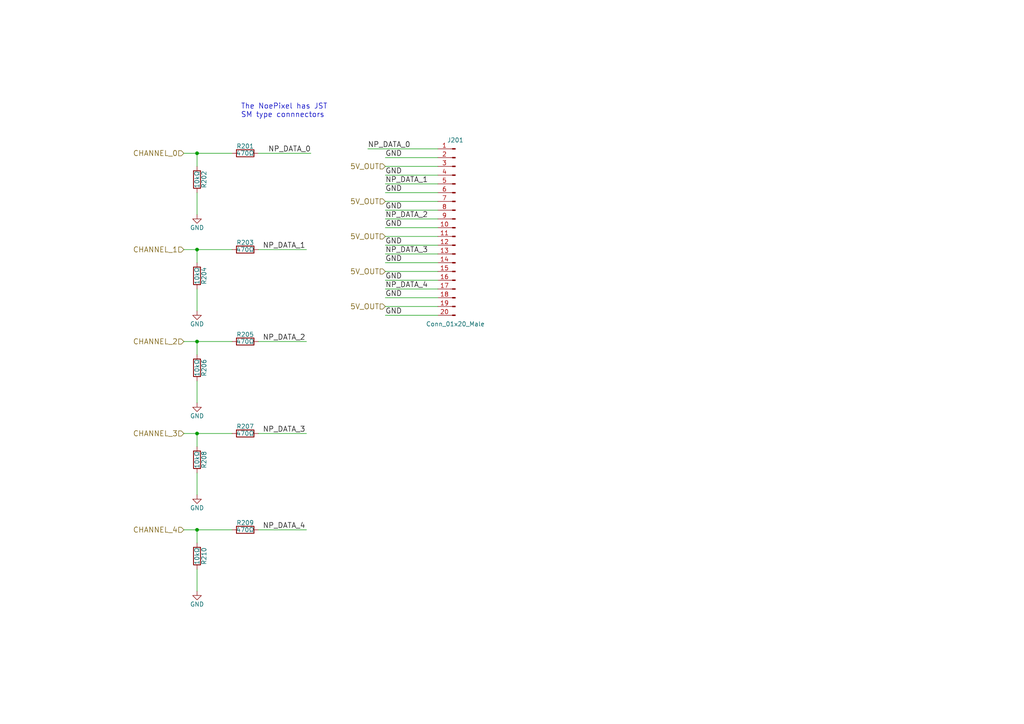
<source format=kicad_sch>
(kicad_sch
	(version 20231120)
	(generator "eeschema")
	(generator_version "8.0")
	(uuid "e8901fec-cbf8-4064-bbc2-9436f6a58c53")
	(paper "A4")
	(lib_symbols
		(symbol "FiveChannel-rescue:Conn_01x20_Male"
			(pin_names
				(offset 1.016) hide)
			(exclude_from_sim no)
			(in_bom yes)
			(on_board yes)
			(property "Reference" "J"
				(at 0 25.4 0)
				(effects
					(font
						(size 1.27 1.27)
					)
				)
			)
			(property "Value" "Conn_01x20_Male"
				(at 0 -27.94 0)
				(effects
					(font
						(size 1.27 1.27)
					)
				)
			)
			(property "Footprint" ""
				(at 0 0 0)
				(effects
					(font
						(size 1.27 1.27)
					)
					(hide yes)
				)
			)
			(property "Datasheet" ""
				(at 0 0 0)
				(effects
					(font
						(size 1.27 1.27)
					)
					(hide yes)
				)
			)
			(property "Description" ""
				(at 0 0 0)
				(effects
					(font
						(size 1.27 1.27)
					)
					(hide yes)
				)
			)
			(property "Field5" ""
				(at 0 0 0)
				(effects
					(font
						(size 1.27 1.27)
					)
					(hide yes)
				)
			)
			(property "ki_fp_filters" "Connector*:*_??x*mm* Connector*:*1x??x*mm* Pin?Header?Straight?1X* Pin?Header?Angled?1X*"
				(at 0 0 0)
				(effects
					(font
						(size 1.27 1.27)
					)
					(hide yes)
				)
			)
			(symbol "Conn_01x20_Male_1_1"
				(polyline
					(pts
						(xy 1.27 -25.4) (xy 0.8636 -25.4)
					)
					(stroke
						(width 0.1524)
						(type solid)
					)
					(fill
						(type none)
					)
				)
				(polyline
					(pts
						(xy 1.27 -22.86) (xy 0.8636 -22.86)
					)
					(stroke
						(width 0.1524)
						(type solid)
					)
					(fill
						(type none)
					)
				)
				(polyline
					(pts
						(xy 1.27 -20.32) (xy 0.8636 -20.32)
					)
					(stroke
						(width 0.1524)
						(type solid)
					)
					(fill
						(type none)
					)
				)
				(polyline
					(pts
						(xy 1.27 -17.78) (xy 0.8636 -17.78)
					)
					(stroke
						(width 0.1524)
						(type solid)
					)
					(fill
						(type none)
					)
				)
				(polyline
					(pts
						(xy 1.27 -15.24) (xy 0.8636 -15.24)
					)
					(stroke
						(width 0.1524)
						(type solid)
					)
					(fill
						(type none)
					)
				)
				(polyline
					(pts
						(xy 1.27 -12.7) (xy 0.8636 -12.7)
					)
					(stroke
						(width 0.1524)
						(type solid)
					)
					(fill
						(type none)
					)
				)
				(polyline
					(pts
						(xy 1.27 -10.16) (xy 0.8636 -10.16)
					)
					(stroke
						(width 0.1524)
						(type solid)
					)
					(fill
						(type none)
					)
				)
				(polyline
					(pts
						(xy 1.27 -7.62) (xy 0.8636 -7.62)
					)
					(stroke
						(width 0.1524)
						(type solid)
					)
					(fill
						(type none)
					)
				)
				(polyline
					(pts
						(xy 1.27 -5.08) (xy 0.8636 -5.08)
					)
					(stroke
						(width 0.1524)
						(type solid)
					)
					(fill
						(type none)
					)
				)
				(polyline
					(pts
						(xy 1.27 -2.54) (xy 0.8636 -2.54)
					)
					(stroke
						(width 0.1524)
						(type solid)
					)
					(fill
						(type none)
					)
				)
				(polyline
					(pts
						(xy 1.27 0) (xy 0.8636 0)
					)
					(stroke
						(width 0.1524)
						(type solid)
					)
					(fill
						(type none)
					)
				)
				(polyline
					(pts
						(xy 1.27 2.54) (xy 0.8636 2.54)
					)
					(stroke
						(width 0.1524)
						(type solid)
					)
					(fill
						(type none)
					)
				)
				(polyline
					(pts
						(xy 1.27 5.08) (xy 0.8636 5.08)
					)
					(stroke
						(width 0.1524)
						(type solid)
					)
					(fill
						(type none)
					)
				)
				(polyline
					(pts
						(xy 1.27 7.62) (xy 0.8636 7.62)
					)
					(stroke
						(width 0.1524)
						(type solid)
					)
					(fill
						(type none)
					)
				)
				(polyline
					(pts
						(xy 1.27 10.16) (xy 0.8636 10.16)
					)
					(stroke
						(width 0.1524)
						(type solid)
					)
					(fill
						(type none)
					)
				)
				(polyline
					(pts
						(xy 1.27 12.7) (xy 0.8636 12.7)
					)
					(stroke
						(width 0.1524)
						(type solid)
					)
					(fill
						(type none)
					)
				)
				(polyline
					(pts
						(xy 1.27 15.24) (xy 0.8636 15.24)
					)
					(stroke
						(width 0.1524)
						(type solid)
					)
					(fill
						(type none)
					)
				)
				(polyline
					(pts
						(xy 1.27 17.78) (xy 0.8636 17.78)
					)
					(stroke
						(width 0.1524)
						(type solid)
					)
					(fill
						(type none)
					)
				)
				(polyline
					(pts
						(xy 1.27 20.32) (xy 0.8636 20.32)
					)
					(stroke
						(width 0.1524)
						(type solid)
					)
					(fill
						(type none)
					)
				)
				(polyline
					(pts
						(xy 1.27 22.86) (xy 0.8636 22.86)
					)
					(stroke
						(width 0.1524)
						(type solid)
					)
					(fill
						(type none)
					)
				)
				(rectangle
					(start 0.8636 -25.273)
					(end 0 -25.527)
					(stroke
						(width 0.1524)
						(type solid)
					)
					(fill
						(type outline)
					)
				)
				(rectangle
					(start 0.8636 -22.733)
					(end 0 -22.987)
					(stroke
						(width 0.1524)
						(type solid)
					)
					(fill
						(type outline)
					)
				)
				(rectangle
					(start 0.8636 -20.193)
					(end 0 -20.447)
					(stroke
						(width 0.1524)
						(type solid)
					)
					(fill
						(type outline)
					)
				)
				(rectangle
					(start 0.8636 -17.653)
					(end 0 -17.907)
					(stroke
						(width 0.1524)
						(type solid)
					)
					(fill
						(type outline)
					)
				)
				(rectangle
					(start 0.8636 -15.113)
					(end 0 -15.367)
					(stroke
						(width 0.1524)
						(type solid)
					)
					(fill
						(type outline)
					)
				)
				(rectangle
					(start 0.8636 -12.573)
					(end 0 -12.827)
					(stroke
						(width 0.1524)
						(type solid)
					)
					(fill
						(type outline)
					)
				)
				(rectangle
					(start 0.8636 -10.033)
					(end 0 -10.287)
					(stroke
						(width 0.1524)
						(type solid)
					)
					(fill
						(type outline)
					)
				)
				(rectangle
					(start 0.8636 -7.493)
					(end 0 -7.747)
					(stroke
						(width 0.1524)
						(type solid)
					)
					(fill
						(type outline)
					)
				)
				(rectangle
					(start 0.8636 -4.953)
					(end 0 -5.207)
					(stroke
						(width 0.1524)
						(type solid)
					)
					(fill
						(type outline)
					)
				)
				(rectangle
					(start 0.8636 -2.413)
					(end 0 -2.667)
					(stroke
						(width 0.1524)
						(type solid)
					)
					(fill
						(type outline)
					)
				)
				(rectangle
					(start 0.8636 0.127)
					(end 0 -0.127)
					(stroke
						(width 0.1524)
						(type solid)
					)
					(fill
						(type outline)
					)
				)
				(rectangle
					(start 0.8636 2.667)
					(end 0 2.413)
					(stroke
						(width 0.1524)
						(type solid)
					)
					(fill
						(type outline)
					)
				)
				(rectangle
					(start 0.8636 5.207)
					(end 0 4.953)
					(stroke
						(width 0.1524)
						(type solid)
					)
					(fill
						(type outline)
					)
				)
				(rectangle
					(start 0.8636 7.747)
					(end 0 7.493)
					(stroke
						(width 0.1524)
						(type solid)
					)
					(fill
						(type outline)
					)
				)
				(rectangle
					(start 0.8636 10.287)
					(end 0 10.033)
					(stroke
						(width 0.1524)
						(type solid)
					)
					(fill
						(type outline)
					)
				)
				(rectangle
					(start 0.8636 12.827)
					(end 0 12.573)
					(stroke
						(width 0.1524)
						(type solid)
					)
					(fill
						(type outline)
					)
				)
				(rectangle
					(start 0.8636 15.367)
					(end 0 15.113)
					(stroke
						(width 0.1524)
						(type solid)
					)
					(fill
						(type outline)
					)
				)
				(rectangle
					(start 0.8636 17.907)
					(end 0 17.653)
					(stroke
						(width 0.1524)
						(type solid)
					)
					(fill
						(type outline)
					)
				)
				(rectangle
					(start 0.8636 20.447)
					(end 0 20.193)
					(stroke
						(width 0.1524)
						(type solid)
					)
					(fill
						(type outline)
					)
				)
				(rectangle
					(start 0.8636 22.987)
					(end 0 22.733)
					(stroke
						(width 0.1524)
						(type solid)
					)
					(fill
						(type outline)
					)
				)
				(pin passive line
					(at 5.08 22.86 180)
					(length 3.81)
					(name "Pin_1"
						(effects
							(font
								(size 1.27 1.27)
							)
						)
					)
					(number "1"
						(effects
							(font
								(size 1.27 1.27)
							)
						)
					)
				)
				(pin passive line
					(at 5.08 0 180)
					(length 3.81)
					(name "Pin_10"
						(effects
							(font
								(size 1.27 1.27)
							)
						)
					)
					(number "10"
						(effects
							(font
								(size 1.27 1.27)
							)
						)
					)
				)
				(pin passive line
					(at 5.08 -2.54 180)
					(length 3.81)
					(name "Pin_11"
						(effects
							(font
								(size 1.27 1.27)
							)
						)
					)
					(number "11"
						(effects
							(font
								(size 1.27 1.27)
							)
						)
					)
				)
				(pin passive line
					(at 5.08 -5.08 180)
					(length 3.81)
					(name "Pin_12"
						(effects
							(font
								(size 1.27 1.27)
							)
						)
					)
					(number "12"
						(effects
							(font
								(size 1.27 1.27)
							)
						)
					)
				)
				(pin passive line
					(at 5.08 -7.62 180)
					(length 3.81)
					(name "Pin_13"
						(effects
							(font
								(size 1.27 1.27)
							)
						)
					)
					(number "13"
						(effects
							(font
								(size 1.27 1.27)
							)
						)
					)
				)
				(pin passive line
					(at 5.08 -10.16 180)
					(length 3.81)
					(name "Pin_14"
						(effects
							(font
								(size 1.27 1.27)
							)
						)
					)
					(number "14"
						(effects
							(font
								(size 1.27 1.27)
							)
						)
					)
				)
				(pin passive line
					(at 5.08 -12.7 180)
					(length 3.81)
					(name "Pin_15"
						(effects
							(font
								(size 1.27 1.27)
							)
						)
					)
					(number "15"
						(effects
							(font
								(size 1.27 1.27)
							)
						)
					)
				)
				(pin passive line
					(at 5.08 -15.24 180)
					(length 3.81)
					(name "Pin_16"
						(effects
							(font
								(size 1.27 1.27)
							)
						)
					)
					(number "16"
						(effects
							(font
								(size 1.27 1.27)
							)
						)
					)
				)
				(pin passive line
					(at 5.08 -17.78 180)
					(length 3.81)
					(name "Pin_17"
						(effects
							(font
								(size 1.27 1.27)
							)
						)
					)
					(number "17"
						(effects
							(font
								(size 1.27 1.27)
							)
						)
					)
				)
				(pin passive line
					(at 5.08 -20.32 180)
					(length 3.81)
					(name "Pin_18"
						(effects
							(font
								(size 1.27 1.27)
							)
						)
					)
					(number "18"
						(effects
							(font
								(size 1.27 1.27)
							)
						)
					)
				)
				(pin passive line
					(at 5.08 -22.86 180)
					(length 3.81)
					(name "Pin_19"
						(effects
							(font
								(size 1.27 1.27)
							)
						)
					)
					(number "19"
						(effects
							(font
								(size 1.27 1.27)
							)
						)
					)
				)
				(pin passive line
					(at 5.08 20.32 180)
					(length 3.81)
					(name "Pin_2"
						(effects
							(font
								(size 1.27 1.27)
							)
						)
					)
					(number "2"
						(effects
							(font
								(size 1.27 1.27)
							)
						)
					)
				)
				(pin passive line
					(at 5.08 -25.4 180)
					(length 3.81)
					(name "Pin_20"
						(effects
							(font
								(size 1.27 1.27)
							)
						)
					)
					(number "20"
						(effects
							(font
								(size 1.27 1.27)
							)
						)
					)
				)
				(pin passive line
					(at 5.08 17.78 180)
					(length 3.81)
					(name "Pin_3"
						(effects
							(font
								(size 1.27 1.27)
							)
						)
					)
					(number "3"
						(effects
							(font
								(size 1.27 1.27)
							)
						)
					)
				)
				(pin passive line
					(at 5.08 15.24 180)
					(length 3.81)
					(name "Pin_4"
						(effects
							(font
								(size 1.27 1.27)
							)
						)
					)
					(number "4"
						(effects
							(font
								(size 1.27 1.27)
							)
						)
					)
				)
				(pin passive line
					(at 5.08 12.7 180)
					(length 3.81)
					(name "Pin_5"
						(effects
							(font
								(size 1.27 1.27)
							)
						)
					)
					(number "5"
						(effects
							(font
								(size 1.27 1.27)
							)
						)
					)
				)
				(pin passive line
					(at 5.08 10.16 180)
					(length 3.81)
					(name "Pin_6"
						(effects
							(font
								(size 1.27 1.27)
							)
						)
					)
					(number "6"
						(effects
							(font
								(size 1.27 1.27)
							)
						)
					)
				)
				(pin passive line
					(at 5.08 7.62 180)
					(length 3.81)
					(name "Pin_7"
						(effects
							(font
								(size 1.27 1.27)
							)
						)
					)
					(number "7"
						(effects
							(font
								(size 1.27 1.27)
							)
						)
					)
				)
				(pin passive line
					(at 5.08 5.08 180)
					(length 3.81)
					(name "Pin_8"
						(effects
							(font
								(size 1.27 1.27)
							)
						)
					)
					(number "8"
						(effects
							(font
								(size 1.27 1.27)
							)
						)
					)
				)
				(pin passive line
					(at 5.08 2.54 180)
					(length 3.81)
					(name "Pin_9"
						(effects
							(font
								(size 1.27 1.27)
							)
						)
					)
					(number "9"
						(effects
							(font
								(size 1.27 1.27)
							)
						)
					)
				)
			)
		)
		(symbol "FiveChannel-rescue:GND"
			(power)
			(pin_names
				(offset 0)
			)
			(exclude_from_sim no)
			(in_bom yes)
			(on_board yes)
			(property "Reference" "#PWR"
				(at 0 -6.35 0)
				(effects
					(font
						(size 1.27 1.27)
					)
					(hide yes)
				)
			)
			(property "Value" "GND"
				(at 0 -3.81 0)
				(effects
					(font
						(size 1.27 1.27)
					)
				)
			)
			(property "Footprint" ""
				(at 0 0 0)
				(effects
					(font
						(size 1.27 1.27)
					)
					(hide yes)
				)
			)
			(property "Datasheet" ""
				(at 0 0 0)
				(effects
					(font
						(size 1.27 1.27)
					)
					(hide yes)
				)
			)
			(property "Description" ""
				(at 0 0 0)
				(effects
					(font
						(size 1.27 1.27)
					)
					(hide yes)
				)
			)
			(property "Field5" ""
				(at 0 0 0)
				(effects
					(font
						(size 1.27 1.27)
					)
					(hide yes)
				)
			)
			(symbol "GND_0_1"
				(polyline
					(pts
						(xy 0 0) (xy 0 -1.27) (xy 1.27 -1.27) (xy 0 -2.54) (xy -1.27 -1.27) (xy 0 -1.27)
					)
					(stroke
						(width 0)
						(type solid)
					)
					(fill
						(type none)
					)
				)
			)
			(symbol "GND_1_1"
				(pin power_in line
					(at 0 0 270)
					(length 0) hide
					(name "GND"
						(effects
							(font
								(size 1.27 1.27)
							)
						)
					)
					(number "1"
						(effects
							(font
								(size 1.27 1.27)
							)
						)
					)
				)
			)
		)
		(symbol "FiveChannel-rescue:R"
			(pin_numbers hide)
			(pin_names
				(offset 0)
			)
			(exclude_from_sim no)
			(in_bom yes)
			(on_board yes)
			(property "Reference" "R"
				(at 2.032 0 90)
				(effects
					(font
						(size 1.27 1.27)
					)
				)
			)
			(property "Value" "R"
				(at 0 0 90)
				(effects
					(font
						(size 1.27 1.27)
					)
				)
			)
			(property "Footprint" ""
				(at -1.778 0 90)
				(effects
					(font
						(size 1.27 1.27)
					)
					(hide yes)
				)
			)
			(property "Datasheet" ""
				(at 0 0 0)
				(effects
					(font
						(size 1.27 1.27)
					)
					(hide yes)
				)
			)
			(property "Description" ""
				(at 0 0 0)
				(effects
					(font
						(size 1.27 1.27)
					)
					(hide yes)
				)
			)
			(property "Field5" ""
				(at 0 0 0)
				(effects
					(font
						(size 1.27 1.27)
					)
					(hide yes)
				)
			)
			(property "ki_fp_filters" "R_* R_*"
				(at 0 0 0)
				(effects
					(font
						(size 1.27 1.27)
					)
					(hide yes)
				)
			)
			(symbol "R_0_1"
				(rectangle
					(start -1.016 -2.54)
					(end 1.016 2.54)
					(stroke
						(width 0.254)
						(type solid)
					)
					(fill
						(type none)
					)
				)
			)
			(symbol "R_1_1"
				(pin passive line
					(at 0 3.81 270)
					(length 1.27)
					(name "~"
						(effects
							(font
								(size 1.27 1.27)
							)
						)
					)
					(number "1"
						(effects
							(font
								(size 1.27 1.27)
							)
						)
					)
				)
				(pin passive line
					(at 0 -3.81 90)
					(length 1.27)
					(name "~"
						(effects
							(font
								(size 1.27 1.27)
							)
						)
					)
					(number "2"
						(effects
							(font
								(size 1.27 1.27)
							)
						)
					)
				)
			)
		)
	)
	(junction
		(at 57.15 153.67)
		(diameter 0)
		(color 0 0 0 0)
		(uuid "06aa97f2-598b-45b5-b038-22efcc5503d6")
	)
	(junction
		(at 57.15 72.39)
		(diameter 0)
		(color 0 0 0 0)
		(uuid "200aacf3-4a57-4940-8077-66daa27b94a5")
	)
	(junction
		(at 57.15 99.06)
		(diameter 0)
		(color 0 0 0 0)
		(uuid "3d95c607-5af6-4a7c-96ce-168ece64c4fc")
	)
	(junction
		(at 57.15 44.45)
		(diameter 0)
		(color 0 0 0 0)
		(uuid "3e78fc33-2e98-44d3-9f3c-94160291156f")
	)
	(junction
		(at 57.15 125.73)
		(diameter 0)
		(color 0 0 0 0)
		(uuid "77d4f97e-4a5e-415e-b09d-8e44713edc6f")
	)
	(wire
		(pts
			(xy 53.34 44.45) (xy 57.15 44.45)
		)
		(stroke
			(width 0)
			(type default)
		)
		(uuid "01808c33-68c2-48af-9929-e981f96f4ba6")
	)
	(wire
		(pts
			(xy 127 50.8) (xy 111.76 50.8)
		)
		(stroke
			(width 0)
			(type default)
		)
		(uuid "0186a400-459c-415c-a163-9e9ec64e017c")
	)
	(wire
		(pts
			(xy 53.34 99.06) (xy 57.15 99.06)
		)
		(stroke
			(width 0)
			(type default)
		)
		(uuid "03cb4f31-57f5-4ca7-bb14-e49404af39c1")
	)
	(wire
		(pts
			(xy 127 78.74) (xy 111.76 78.74)
		)
		(stroke
			(width 0)
			(type default)
		)
		(uuid "08a82dc1-318b-427c-8ab0-cca583cf5b8a")
	)
	(wire
		(pts
			(xy 57.15 99.06) (xy 57.15 102.87)
		)
		(stroke
			(width 0)
			(type default)
		)
		(uuid "090a8ecb-6384-4926-9e97-bbf434636709")
	)
	(wire
		(pts
			(xy 127 60.96) (xy 111.76 60.96)
		)
		(stroke
			(width 0)
			(type default)
		)
		(uuid "107197b9-fe68-433c-8263-e773eeb3d437")
	)
	(wire
		(pts
			(xy 127 53.34) (xy 111.76 53.34)
		)
		(stroke
			(width 0)
			(type default)
		)
		(uuid "13edf450-d01c-41eb-8b3c-28a2cce0a468")
	)
	(wire
		(pts
			(xy 57.15 72.39) (xy 67.31 72.39)
		)
		(stroke
			(width 0)
			(type default)
		)
		(uuid "1ddc385e-df8e-414b-a76f-7170774b84b6")
	)
	(wire
		(pts
			(xy 127 66.04) (xy 111.76 66.04)
		)
		(stroke
			(width 0)
			(type default)
		)
		(uuid "22bde929-923b-4f8f-bbe7-a6a70ee233c5")
	)
	(wire
		(pts
			(xy 127 86.36) (xy 111.76 86.36)
		)
		(stroke
			(width 0)
			(type default)
		)
		(uuid "2939fdb3-937e-40be-9ad0-7094bfb899fa")
	)
	(wire
		(pts
			(xy 74.93 153.67) (xy 88.9 153.67)
		)
		(stroke
			(width 0)
			(type default)
		)
		(uuid "29c0e7c7-533e-4d33-bade-5a70d275207b")
	)
	(wire
		(pts
			(xy 127 55.88) (xy 111.76 55.88)
		)
		(stroke
			(width 0)
			(type default)
		)
		(uuid "2b884e99-10ff-408a-835e-7c0ab032c2ae")
	)
	(wire
		(pts
			(xy 57.15 153.67) (xy 67.31 153.67)
		)
		(stroke
			(width 0)
			(type default)
		)
		(uuid "3258021e-3738-43bf-b95e-13580decb6cb")
	)
	(wire
		(pts
			(xy 127 91.44) (xy 111.76 91.44)
		)
		(stroke
			(width 0)
			(type default)
		)
		(uuid "33b708fc-4315-45e9-9cf5-3bc7b6e1974a")
	)
	(wire
		(pts
			(xy 74.93 72.39) (xy 88.9 72.39)
		)
		(stroke
			(width 0)
			(type default)
		)
		(uuid "3681caa9-2830-4b32-8f92-ba9eddffa37c")
	)
	(wire
		(pts
			(xy 57.15 44.45) (xy 57.15 48.26)
		)
		(stroke
			(width 0)
			(type default)
		)
		(uuid "39db148e-d360-42e9-9550-c52e3b7718a1")
	)
	(wire
		(pts
			(xy 127 83.82) (xy 111.76 83.82)
		)
		(stroke
			(width 0)
			(type default)
		)
		(uuid "3c6cceff-e882-4039-9196-6720e6f0cf29")
	)
	(wire
		(pts
			(xy 57.15 125.73) (xy 67.31 125.73)
		)
		(stroke
			(width 0)
			(type default)
		)
		(uuid "470b21fd-f2fe-4508-89c7-b302369571d3")
	)
	(wire
		(pts
			(xy 53.34 125.73) (xy 57.15 125.73)
		)
		(stroke
			(width 0)
			(type default)
		)
		(uuid "4e383a72-d462-401b-bdce-57c3983d7bab")
	)
	(wire
		(pts
			(xy 57.15 55.88) (xy 57.15 62.23)
		)
		(stroke
			(width 0)
			(type default)
		)
		(uuid "4fb201d1-a710-4097-b580-0906a4af13dd")
	)
	(wire
		(pts
			(xy 127 63.5) (xy 111.76 63.5)
		)
		(stroke
			(width 0)
			(type default)
		)
		(uuid "5c884c35-3750-4881-8c42-e09cef74a2ec")
	)
	(wire
		(pts
			(xy 57.15 99.06) (xy 67.31 99.06)
		)
		(stroke
			(width 0)
			(type default)
		)
		(uuid "65e494c2-5d6a-4f71-b980-28520fab27de")
	)
	(wire
		(pts
			(xy 57.15 44.45) (xy 67.31 44.45)
		)
		(stroke
			(width 0)
			(type default)
		)
		(uuid "6c56beb1-cbab-4e43-80fd-4cdee2b24172")
	)
	(wire
		(pts
			(xy 127 81.28) (xy 111.76 81.28)
		)
		(stroke
			(width 0)
			(type default)
		)
		(uuid "72802e6a-efd6-4895-a67e-81fb413c2366")
	)
	(wire
		(pts
			(xy 57.15 165.1) (xy 57.15 171.45)
		)
		(stroke
			(width 0)
			(type default)
		)
		(uuid "7a13f0d9-10b0-4d18-832b-e1be4be3e48e")
	)
	(wire
		(pts
			(xy 127 76.2) (xy 111.76 76.2)
		)
		(stroke
			(width 0)
			(type default)
		)
		(uuid "8d55cafa-87b9-4d87-8f8e-9b8624fb2f44")
	)
	(wire
		(pts
			(xy 57.15 125.73) (xy 57.15 129.54)
		)
		(stroke
			(width 0)
			(type default)
		)
		(uuid "8d985386-7cce-42eb-9814-212c679b52c3")
	)
	(wire
		(pts
			(xy 74.93 125.73) (xy 88.9 125.73)
		)
		(stroke
			(width 0)
			(type default)
		)
		(uuid "8deed7f7-60f0-4088-bd8d-bc3f8944fdf1")
	)
	(wire
		(pts
			(xy 127 71.12) (xy 111.76 71.12)
		)
		(stroke
			(width 0)
			(type default)
		)
		(uuid "a33e3edc-68f2-4944-860e-9e997db077d2")
	)
	(wire
		(pts
			(xy 74.93 44.45) (xy 90.17 44.45)
		)
		(stroke
			(width 0)
			(type default)
		)
		(uuid "a5d7311a-bc0e-4073-a8dc-ccf86ddf35b2")
	)
	(wire
		(pts
			(xy 111.76 48.26) (xy 127 48.26)
		)
		(stroke
			(width 0)
			(type default)
		)
		(uuid "ab8c14ad-bffa-4a5a-b1c7-5e9e04b3284d")
	)
	(wire
		(pts
			(xy 127 73.66) (xy 111.76 73.66)
		)
		(stroke
			(width 0)
			(type default)
		)
		(uuid "b110a1b8-1e23-469c-8714-25a5fc366223")
	)
	(wire
		(pts
			(xy 57.15 83.82) (xy 57.15 90.17)
		)
		(stroke
			(width 0)
			(type default)
		)
		(uuid "b22a752f-c31b-47cf-8385-674098c5263f")
	)
	(wire
		(pts
			(xy 127 45.72) (xy 111.76 45.72)
		)
		(stroke
			(width 0)
			(type default)
		)
		(uuid "bea74967-75a4-4cf1-a1c5-e09e20c8b093")
	)
	(wire
		(pts
			(xy 53.34 72.39) (xy 57.15 72.39)
		)
		(stroke
			(width 0)
			(type default)
		)
		(uuid "c044fe9a-61b0-4d4f-8627-c049cd1d5f5b")
	)
	(wire
		(pts
			(xy 127 88.9) (xy 111.76 88.9)
		)
		(stroke
			(width 0)
			(type default)
		)
		(uuid "c3bf0c9e-e412-4edb-97c2-673648788cc6")
	)
	(wire
		(pts
			(xy 74.93 99.06) (xy 88.9 99.06)
		)
		(stroke
			(width 0)
			(type default)
		)
		(uuid "c8fe1ade-8173-44aa-8f3e-a127b051d7d7")
	)
	(wire
		(pts
			(xy 57.15 137.16) (xy 57.15 143.51)
		)
		(stroke
			(width 0)
			(type default)
		)
		(uuid "cffed9ba-dbaa-4318-bdeb-0159e3dc84fe")
	)
	(wire
		(pts
			(xy 127 58.42) (xy 111.76 58.42)
		)
		(stroke
			(width 0)
			(type default)
		)
		(uuid "d2aceff7-4962-49e6-b3b8-be76d05a6f48")
	)
	(wire
		(pts
			(xy 53.34 153.67) (xy 57.15 153.67)
		)
		(stroke
			(width 0)
			(type default)
		)
		(uuid "e1c29f0f-d423-4fcc-a98d-45ef24ba54cb")
	)
	(wire
		(pts
			(xy 127 68.58) (xy 111.76 68.58)
		)
		(stroke
			(width 0)
			(type default)
		)
		(uuid "ec965f99-2d6a-4fdb-9f69-357fe319e172")
	)
	(wire
		(pts
			(xy 57.15 72.39) (xy 57.15 76.2)
		)
		(stroke
			(width 0)
			(type default)
		)
		(uuid "eebfd782-6c33-4e75-91e0-d54239d4a2dc")
	)
	(wire
		(pts
			(xy 106.68 43.18) (xy 127 43.18)
		)
		(stroke
			(width 0)
			(type default)
		)
		(uuid "f0d9c95c-806e-4bf5-b1b2-e597ecf0cef6")
	)
	(wire
		(pts
			(xy 57.15 153.67) (xy 57.15 157.48)
		)
		(stroke
			(width 0)
			(type default)
		)
		(uuid "f92b1a89-861e-4a5d-9f07-69ee74f9a10c")
	)
	(wire
		(pts
			(xy 57.15 110.49) (xy 57.15 116.84)
		)
		(stroke
			(width 0)
			(type default)
		)
		(uuid "fb8bdcdc-bfd1-4bcf-a765-86b74571e7a3")
	)
	(text "The NoePixel has JST \nSM type connnectors"
		(exclude_from_sim no)
		(at 69.85 34.29 0)
		(effects
			(font
				(size 1.524 1.524)
			)
			(justify left bottom)
		)
		(uuid "4cb46094-fd31-40d3-a6c9-bf3013fb9f1e")
	)
	(label "NP_DATA_2"
		(at 111.76 63.5 0)
		(effects
			(font
				(size 1.524 1.524)
			)
			(justify left bottom)
		)
		(uuid "086cfb5d-174a-4de2-9224-bbe0b4303aae")
	)
	(label "GND"
		(at 111.76 66.04 0)
		(effects
			(font
				(size 1.524 1.524)
			)
			(justify left bottom)
		)
		(uuid "252b4d65-1174-4428-86c1-27887212b8d3")
	)
	(label "GND"
		(at 111.76 76.2 0)
		(effects
			(font
				(size 1.524 1.524)
			)
			(justify left bottom)
		)
		(uuid "2f0409e4-476c-4c85-bc11-ac6d11926a8c")
	)
	(label "NP_DATA_3"
		(at 76.2 125.73 0)
		(effects
			(font
				(size 1.524 1.524)
			)
			(justify left bottom)
		)
		(uuid "3a42a46d-b781-4b29-9822-39450621a61b")
	)
	(label "NP_DATA_0"
		(at 90.17 44.45 180)
		(effects
			(font
				(size 1.524 1.524)
			)
			(justify right bottom)
		)
		(uuid "5dcb8060-7020-4cc1-af48-8327c94b4dbe")
	)
	(label "NP_DATA_2"
		(at 76.2 99.06 0)
		(effects
			(font
				(size 1.524 1.524)
			)
			(justify left bottom)
		)
		(uuid "60b4b35c-5df0-4069-bd2f-60405bd4249e")
	)
	(label "GND"
		(at 111.76 50.8 0)
		(effects
			(font
				(size 1.524 1.524)
			)
			(justify left bottom)
		)
		(uuid "6351aa51-bd38-47f1-992a-a2f6900a32b0")
	)
	(label "GND"
		(at 111.76 60.96 0)
		(effects
			(font
				(size 1.524 1.524)
			)
			(justify left bottom)
		)
		(uuid "6ae567a1-0f6e-4de8-a5a1-a2d2b9525c5d")
	)
	(label "GND"
		(at 111.76 81.28 0)
		(effects
			(font
				(size 1.524 1.524)
			)
			(justify left bottom)
		)
		(uuid "6dc9ba31-3d38-4ca3-9bc5-4e7d44e900b5")
	)
	(label "GND"
		(at 111.76 86.36 0)
		(effects
			(font
				(size 1.524 1.524)
			)
			(justify left bottom)
		)
		(uuid "6ef5a214-4db7-433e-8028-77748d73d8e2")
	)
	(label "GND"
		(at 111.76 71.12 0)
		(effects
			(font
				(size 1.524 1.524)
			)
			(justify left bottom)
		)
		(uuid "96b398d3-9d68-46c1-826b-280ce5af943b")
	)
	(label "NP_DATA_0"
		(at 106.68 43.18 0)
		(effects
			(font
				(size 1.524 1.524)
			)
			(justify left bottom)
		)
		(uuid "a8460103-8df3-45a5-ac1c-10c161adae47")
	)
	(label "NP_DATA_4"
		(at 76.2 153.67 0)
		(effects
			(font
				(size 1.524 1.524)
			)
			(justify left bottom)
		)
		(uuid "abae4964-2801-4c04-81a4-8c9650fb7b5d")
	)
	(label "NP_DATA_1"
		(at 111.76 53.34 0)
		(effects
			(font
				(size 1.524 1.524)
			)
			(justify left bottom)
		)
		(uuid "b9b148b0-b3c6-4e73-ad0a-a83062db48c8")
	)
	(label "GND"
		(at 111.76 45.72 0)
		(effects
			(font
				(size 1.524 1.524)
			)
			(justify left bottom)
		)
		(uuid "c4d5acf7-b9ed-45e8-9e02-58754013c6e0")
	)
	(label "GND"
		(at 111.76 55.88 0)
		(effects
			(font
				(size 1.524 1.524)
			)
			(justify left bottom)
		)
		(uuid "d4cd7f2f-b406-4cbe-91c4-a90ee5dc1398")
	)
	(label "NP_DATA_1"
		(at 76.2 72.39 0)
		(effects
			(font
				(size 1.524 1.524)
			)
			(justify left bottom)
		)
		(uuid "d523d8df-d8ee-4dcc-87e0-7a3fc2c61b60")
	)
	(label "NP_DATA_3"
		(at 111.76 73.66 0)
		(effects
			(font
				(size 1.524 1.524)
			)
			(justify left bottom)
		)
		(uuid "d653f239-0385-49c3-80e1-41558cac0840")
	)
	(label "GND"
		(at 111.76 91.44 0)
		(effects
			(font
				(size 1.524 1.524)
			)
			(justify left bottom)
		)
		(uuid "d9ca0c29-c94d-4a3b-81f9-31a8bf1c62c6")
	)
	(label "NP_DATA_4"
		(at 111.76 83.82 0)
		(effects
			(font
				(size 1.524 1.524)
			)
			(justify left bottom)
		)
		(uuid "e2b4c54e-8f9a-45de-a41a-818ef4267089")
	)
	(hierarchical_label "CHANNEL_0"
		(shape input)
		(at 53.34 44.45 180)
		(effects
			(font
				(size 1.524 1.524)
			)
			(justify right)
		)
		(uuid "142e36b6-5857-47b5-8e91-f819c6fd54d4")
	)
	(hierarchical_label "CHANNEL_4"
		(shape input)
		(at 53.34 153.67 180)
		(effects
			(font
				(size 1.524 1.524)
			)
			(justify right)
		)
		(uuid "1b60c551-287b-4894-afd3-fadee8dc6f43")
	)
	(hierarchical_label "CHANNEL_3"
		(shape input)
		(at 53.34 125.73 180)
		(effects
			(font
				(size 1.524 1.524)
			)
			(justify right)
		)
		(uuid "1cf5e566-ed80-4610-80f8-b40e09b19fba")
	)
	(hierarchical_label "CHANNEL_1"
		(shape input)
		(at 53.34 72.39 180)
		(effects
			(font
				(size 1.524 1.524)
			)
			(justify right)
		)
		(uuid "2113cca3-748b-43e6-ae6a-a5d31c4fc2e8")
	)
	(hierarchical_label "5V_OUT"
		(shape input)
		(at 111.76 68.58 180)
		(effects
			(font
				(size 1.524 1.524)
			)
			(justify right)
		)
		(uuid "5ec2e318-0261-47fb-a32a-035d9e2ea492")
	)
	(hierarchical_label "5V_OUT"
		(shape input)
		(at 111.76 78.74 180)
		(effects
			(font
				(size 1.524 1.524)
			)
			(justify right)
		)
		(uuid "89ccf63c-de4a-4d3d-9455-87dc4812c047")
	)
	(hierarchical_label "CHANNEL_2"
		(shape input)
		(at 53.34 99.06 180)
		(effects
			(font
				(size 1.524 1.524)
			)
			(justify right)
		)
		(uuid "9c05e9ca-f7cb-47c0-89cf-bcdfd9f6a6eb")
	)
	(hierarchical_label "5V_OUT"
		(shape input)
		(at 111.76 88.9 180)
		(effects
			(font
				(size 1.524 1.524)
			)
			(justify right)
		)
		(uuid "c7d34953-f0e4-4727-adc2-1bd000cd3c2e")
	)
	(hierarchical_label "5V_OUT"
		(shape input)
		(at 111.76 58.42 180)
		(effects
			(font
				(size 1.524 1.524)
			)
			(justify right)
		)
		(uuid "ce04c426-ad9c-4f5d-936d-06cc097d76c8")
	)
	(hierarchical_label "5V_OUT"
		(shape input)
		(at 111.76 48.26 180)
		(effects
			(font
				(size 1.524 1.524)
			)
			(justify right)
		)
		(uuid "e205e39c-c04e-4fc7-b0a0-feee94aec857")
	)
	(symbol
		(lib_name "FiveChannel-rescue:R")
		(lib_id "FiveChannel-rescue:R")
		(at 71.12 44.45 90)
		(unit 1)
		(exclude_from_sim no)
		(in_bom yes)
		(on_board yes)
		(dnp no)
		(uuid "00000000-0000-0000-0000-00005a6109cb")
		(property "Reference" "R201"
			(at 71.12 42.418 90)
			(effects
				(font
					(size 1.27 1.27)
				)
			)
		)
		(property "Value" "470Ω"
			(at 71.12 44.45 90)
			(effects
				(font
					(size 1.27 1.27)
				)
			)
		)
		(property "Footprint" "Resistors_SMD:R_0805_HandSoldering"
			(at 71.12 46.228 90)
			(effects
				(font
					(size 1.27 1.27)
				)
				(hide yes)
			)
		)
		(property "Datasheet" ""
			(at 71.12 44.45 0)
			(effects
				(font
					(size 1.27 1.27)
				)
				(hide yes)
			)
		)
		(property "Description" ""
			(at 71.12 44.45 0)
			(effects
				(font
					(size 1.27 1.27)
				)
				(hide yes)
			)
		)
		(pin "1"
			(uuid "56d03576-ef51-4514-9a88-e7cc6dddeac3")
		)
		(pin "2"
			(uuid "2a236423-39b7-420d-80d7-aae034c45908")
		)
		(instances
			(project "FiveChannel"
				(path "/d2c1c902-f7a0-401a-84c5-4ff1ecde091e/00000000-0000-0000-0000-00005a6111ea"
					(reference "R201")
					(unit 1)
				)
			)
		)
	)
	(symbol
		(lib_name "FiveChannel-rescue:R")
		(lib_id "FiveChannel-rescue:R")
		(at 57.15 52.07 0)
		(unit 1)
		(exclude_from_sim no)
		(in_bom yes)
		(on_board yes)
		(dnp no)
		(uuid "00000000-0000-0000-0000-00005a6109f1")
		(property "Reference" "R202"
			(at 59.182 52.07 90)
			(effects
				(font
					(size 1.27 1.27)
				)
			)
		)
		(property "Value" "10kΩ"
			(at 57.15 52.07 90)
			(effects
				(font
					(size 1.27 1.27)
				)
			)
		)
		(property "Footprint" "Resistors_SMD:R_0805_HandSoldering"
			(at 55.372 52.07 90)
			(effects
				(font
					(size 1.27 1.27)
				)
				(hide yes)
			)
		)
		(property "Datasheet" ""
			(at 57.15 52.07 0)
			(effects
				(font
					(size 1.27 1.27)
				)
				(hide yes)
			)
		)
		(property "Description" ""
			(at 57.15 52.07 0)
			(effects
				(font
					(size 1.27 1.27)
				)
				(hide yes)
			)
		)
		(pin "1"
			(uuid "c63b4982-cdbc-4794-85b8-7de8a85eb4bc")
		)
		(pin "2"
			(uuid "2edc7f30-4890-4dfc-af2b-2c05251a478c")
		)
		(instances
			(project "FiveChannel"
				(path "/d2c1c902-f7a0-401a-84c5-4ff1ecde091e/00000000-0000-0000-0000-00005a6111ea"
					(reference "R202")
					(unit 1)
				)
			)
		)
	)
	(symbol
		(lib_name "FiveChannel-rescue:GND")
		(lib_id "FiveChannel-rescue:GND")
		(at 57.15 62.23 0)
		(unit 1)
		(exclude_from_sim no)
		(in_bom yes)
		(on_board yes)
		(dnp no)
		(uuid "00000000-0000-0000-0000-00005a6109fb")
		(property "Reference" "#PWR0201"
			(at 57.15 68.58 0)
			(effects
				(font
					(size 1.27 1.27)
				)
				(hide yes)
			)
		)
		(property "Value" "GND"
			(at 57.15 66.04 0)
			(effects
				(font
					(size 1.27 1.27)
				)
			)
		)
		(property "Footprint" ""
			(at 57.15 62.23 0)
			(effects
				(font
					(size 1.27 1.27)
				)
				(hide yes)
			)
		)
		(property "Datasheet" ""
			(at 57.15 62.23 0)
			(effects
				(font
					(size 1.27 1.27)
				)
				(hide yes)
			)
		)
		(property "Description" ""
			(at 57.15 62.23 0)
			(effects
				(font
					(size 1.27 1.27)
				)
				(hide yes)
			)
		)
		(pin "1"
			(uuid "e64102c8-9d8a-4c4a-9f85-8c3655195349")
		)
		(instances
			(project "FiveChannel"
				(path "/d2c1c902-f7a0-401a-84c5-4ff1ecde091e/00000000-0000-0000-0000-00005a6111ea"
					(reference "#PWR0201")
					(unit 1)
				)
			)
		)
	)
	(symbol
		(lib_name "FiveChannel-rescue:R")
		(lib_id "FiveChannel-rescue:R")
		(at 71.12 72.39 90)
		(unit 1)
		(exclude_from_sim no)
		(in_bom yes)
		(on_board yes)
		(dnp no)
		(uuid "00000000-0000-0000-0000-00005a610bfb")
		(property "Reference" "R203"
			(at 71.12 70.358 90)
			(effects
				(font
					(size 1.27 1.27)
				)
			)
		)
		(property "Value" "470Ω"
			(at 71.12 72.39 90)
			(effects
				(font
					(size 1.27 1.27)
				)
			)
		)
		(property "Footprint" "Resistors_SMD:R_0805_HandSoldering"
			(at 71.12 74.168 90)
			(effects
				(font
					(size 1.27 1.27)
				)
				(hide yes)
			)
		)
		(property "Datasheet" ""
			(at 71.12 72.39 0)
			(effects
				(font
					(size 1.27 1.27)
				)
				(hide yes)
			)
		)
		(property "Description" ""
			(at 71.12 72.39 0)
			(effects
				(font
					(size 1.27 1.27)
				)
				(hide yes)
			)
		)
		(pin "1"
			(uuid "f360ee7b-98a7-4187-8644-30d723903f76")
		)
		(pin "2"
			(uuid "3d99ac7a-534f-4ca4-85ff-65e2531a2527")
		)
		(instances
			(project "FiveChannel"
				(path "/d2c1c902-f7a0-401a-84c5-4ff1ecde091e/00000000-0000-0000-0000-00005a6111ea"
					(reference "R203")
					(unit 1)
				)
			)
		)
	)
	(symbol
		(lib_name "FiveChannel-rescue:R")
		(lib_id "FiveChannel-rescue:R")
		(at 57.15 80.01 0)
		(unit 1)
		(exclude_from_sim no)
		(in_bom yes)
		(on_board yes)
		(dnp no)
		(uuid "00000000-0000-0000-0000-00005a610c1c")
		(property "Reference" "R204"
			(at 59.182 80.01 90)
			(effects
				(font
					(size 1.27 1.27)
				)
			)
		)
		(property "Value" "10kΩ"
			(at 57.15 80.01 90)
			(effects
				(font
					(size 1.27 1.27)
				)
			)
		)
		(property "Footprint" "Resistors_SMD:R_0805_HandSoldering"
			(at 55.372 80.01 90)
			(effects
				(font
					(size 1.27 1.27)
				)
				(hide yes)
			)
		)
		(property "Datasheet" ""
			(at 57.15 80.01 0)
			(effects
				(font
					(size 1.27 1.27)
				)
				(hide yes)
			)
		)
		(property "Description" ""
			(at 57.15 80.01 0)
			(effects
				(font
					(size 1.27 1.27)
				)
				(hide yes)
			)
		)
		(pin "1"
			(uuid "05b10ac9-9d7f-4ff2-badc-1351051d5f76")
		)
		(pin "2"
			(uuid "f9fab3d6-967d-4602-ae2e-0c064020c7a3")
		)
		(instances
			(project "FiveChannel"
				(path "/d2c1c902-f7a0-401a-84c5-4ff1ecde091e/00000000-0000-0000-0000-00005a6111ea"
					(reference "R204")
					(unit 1)
				)
			)
		)
	)
	(symbol
		(lib_name "FiveChannel-rescue:GND")
		(lib_id "FiveChannel-rescue:GND")
		(at 57.15 90.17 0)
		(unit 1)
		(exclude_from_sim no)
		(in_bom yes)
		(on_board yes)
		(dnp no)
		(uuid "00000000-0000-0000-0000-00005a610c25")
		(property "Reference" "#PWR0202"
			(at 57.15 96.52 0)
			(effects
				(font
					(size 1.27 1.27)
				)
				(hide yes)
			)
		)
		(property "Value" "GND"
			(at 57.15 93.98 0)
			(effects
				(font
					(size 1.27 1.27)
				)
			)
		)
		(property "Footprint" ""
			(at 57.15 90.17 0)
			(effects
				(font
					(size 1.27 1.27)
				)
				(hide yes)
			)
		)
		(property "Datasheet" ""
			(at 57.15 90.17 0)
			(effects
				(font
					(size 1.27 1.27)
				)
				(hide yes)
			)
		)
		(property "Description" ""
			(at 57.15 90.17 0)
			(effects
				(font
					(size 1.27 1.27)
				)
				(hide yes)
			)
		)
		(pin "1"
			(uuid "c3157021-9b11-47f7-86cb-24d318cfdeb2")
		)
		(instances
			(project "FiveChannel"
				(path "/d2c1c902-f7a0-401a-84c5-4ff1ecde091e/00000000-0000-0000-0000-00005a6111ea"
					(reference "#PWR0202")
					(unit 1)
				)
			)
		)
	)
	(symbol
		(lib_name "FiveChannel-rescue:R")
		(lib_id "FiveChannel-rescue:R")
		(at 71.12 99.06 90)
		(unit 1)
		(exclude_from_sim no)
		(in_bom yes)
		(on_board yes)
		(dnp no)
		(uuid "00000000-0000-0000-0000-00005a610cef")
		(property "Reference" "R205"
			(at 71.12 97.028 90)
			(effects
				(font
					(size 1.27 1.27)
				)
			)
		)
		(property "Value" "470Ω"
			(at 71.12 99.06 90)
			(effects
				(font
					(size 1.27 1.27)
				)
			)
		)
		(property "Footprint" "Resistors_SMD:R_0805_HandSoldering"
			(at 71.12 100.838 90)
			(effects
				(font
					(size 1.27 1.27)
				)
				(hide yes)
			)
		)
		(property "Datasheet" ""
			(at 71.12 99.06 0)
			(effects
				(font
					(size 1.27 1.27)
				)
				(hide yes)
			)
		)
		(property "Description" ""
			(at 71.12 99.06 0)
			(effects
				(font
					(size 1.27 1.27)
				)
				(hide yes)
			)
		)
		(pin "1"
			(uuid "0b93a648-6621-4ec4-9f65-13f022df1381")
		)
		(pin "2"
			(uuid "dbe182df-370d-4a7a-b979-b83f26bb5072")
		)
		(instances
			(project "FiveChannel"
				(path "/d2c1c902-f7a0-401a-84c5-4ff1ecde091e/00000000-0000-0000-0000-00005a6111ea"
					(reference "R205")
					(unit 1)
				)
			)
		)
	)
	(symbol
		(lib_name "FiveChannel-rescue:R")
		(lib_id "FiveChannel-rescue:R")
		(at 57.15 106.68 0)
		(unit 1)
		(exclude_from_sim no)
		(in_bom yes)
		(on_board yes)
		(dnp no)
		(uuid "00000000-0000-0000-0000-00005a610d10")
		(property "Reference" "R206"
			(at 59.182 106.68 90)
			(effects
				(font
					(size 1.27 1.27)
				)
			)
		)
		(property "Value" "10kΩ"
			(at 57.15 106.68 90)
			(effects
				(font
					(size 1.27 1.27)
				)
			)
		)
		(property "Footprint" "Resistors_SMD:R_0805_HandSoldering"
			(at 55.372 106.68 90)
			(effects
				(font
					(size 1.27 1.27)
				)
				(hide yes)
			)
		)
		(property "Datasheet" ""
			(at 57.15 106.68 0)
			(effects
				(font
					(size 1.27 1.27)
				)
				(hide yes)
			)
		)
		(property "Description" ""
			(at 57.15 106.68 0)
			(effects
				(font
					(size 1.27 1.27)
				)
				(hide yes)
			)
		)
		(pin "2"
			(uuid "48e0655a-5b70-4d35-b290-7a5ed117847c")
		)
		(pin "1"
			(uuid "c244353b-9521-4741-8b0e-df62b1e017bb")
		)
		(instances
			(project "FiveChannel"
				(path "/d2c1c902-f7a0-401a-84c5-4ff1ecde091e/00000000-0000-0000-0000-00005a6111ea"
					(reference "R206")
					(unit 1)
				)
			)
		)
	)
	(symbol
		(lib_name "FiveChannel-rescue:GND")
		(lib_id "FiveChannel-rescue:GND")
		(at 57.15 116.84 0)
		(unit 1)
		(exclude_from_sim no)
		(in_bom yes)
		(on_board yes)
		(dnp no)
		(uuid "00000000-0000-0000-0000-00005a610d19")
		(property "Reference" "#PWR0203"
			(at 57.15 123.19 0)
			(effects
				(font
					(size 1.27 1.27)
				)
				(hide yes)
			)
		)
		(property "Value" "GND"
			(at 57.15 120.65 0)
			(effects
				(font
					(size 1.27 1.27)
				)
			)
		)
		(property "Footprint" ""
			(at 57.15 116.84 0)
			(effects
				(font
					(size 1.27 1.27)
				)
				(hide yes)
			)
		)
		(property "Datasheet" ""
			(at 57.15 116.84 0)
			(effects
				(font
					(size 1.27 1.27)
				)
				(hide yes)
			)
		)
		(property "Description" ""
			(at 57.15 116.84 0)
			(effects
				(font
					(size 1.27 1.27)
				)
				(hide yes)
			)
		)
		(pin "1"
			(uuid "6fec45f6-e126-49b3-a00b-1843cb39daaf")
		)
		(instances
			(project "FiveChannel"
				(path "/d2c1c902-f7a0-401a-84c5-4ff1ecde091e/00000000-0000-0000-0000-00005a6111ea"
					(reference "#PWR0203")
					(unit 1)
				)
			)
		)
	)
	(symbol
		(lib_name "FiveChannel-rescue:R")
		(lib_id "FiveChannel-rescue:R")
		(at 71.12 125.73 90)
		(unit 1)
		(exclude_from_sim no)
		(in_bom yes)
		(on_board yes)
		(dnp no)
		(uuid "00000000-0000-0000-0000-00005a610dc7")
		(property "Reference" "R207"
			(at 71.12 123.698 90)
			(effects
				(font
					(size 1.27 1.27)
				)
			)
		)
		(property "Value" "470Ω"
			(at 71.12 125.73 90)
			(effects
				(font
					(size 1.27 1.27)
				)
			)
		)
		(property "Footprint" "Resistors_SMD:R_0805_HandSoldering"
			(at 71.12 127.508 90)
			(effects
				(font
					(size 1.27 1.27)
				)
				(hide yes)
			)
		)
		(property "Datasheet" ""
			(at 71.12 125.73 0)
			(effects
				(font
					(size 1.27 1.27)
				)
				(hide yes)
			)
		)
		(property "Description" ""
			(at 71.12 125.73 0)
			(effects
				(font
					(size 1.27 1.27)
				)
				(hide yes)
			)
		)
		(pin "2"
			(uuid "b6b50d5c-85e5-42d1-b8b7-73a082428abe")
		)
		(pin "1"
			(uuid "c150e53d-6455-4055-8d7e-31678aff89d7")
		)
		(instances
			(project "FiveChannel"
				(path "/d2c1c902-f7a0-401a-84c5-4ff1ecde091e/00000000-0000-0000-0000-00005a6111ea"
					(reference "R207")
					(unit 1)
				)
			)
		)
	)
	(symbol
		(lib_name "FiveChannel-rescue:R")
		(lib_id "FiveChannel-rescue:R")
		(at 57.15 133.35 0)
		(unit 1)
		(exclude_from_sim no)
		(in_bom yes)
		(on_board yes)
		(dnp no)
		(uuid "00000000-0000-0000-0000-00005a610de8")
		(property "Reference" "R208"
			(at 59.182 133.35 90)
			(effects
				(font
					(size 1.27 1.27)
				)
			)
		)
		(property "Value" "10kΩ"
			(at 57.15 133.35 90)
			(effects
				(font
					(size 1.27 1.27)
				)
			)
		)
		(property "Footprint" "Resistors_SMD:R_0805_HandSoldering"
			(at 55.372 133.35 90)
			(effects
				(font
					(size 1.27 1.27)
				)
				(hide yes)
			)
		)
		(property "Datasheet" ""
			(at 57.15 133.35 0)
			(effects
				(font
					(size 1.27 1.27)
				)
				(hide yes)
			)
		)
		(property "Description" ""
			(at 57.15 133.35 0)
			(effects
				(font
					(size 1.27 1.27)
				)
				(hide yes)
			)
		)
		(pin "1"
			(uuid "b2dde151-2f60-4cb7-862c-f86d96861dd7")
		)
		(pin "2"
			(uuid "72c0cfd0-aa90-46d6-8251-313e1848fb2f")
		)
		(instances
			(project "FiveChannel"
				(path "/d2c1c902-f7a0-401a-84c5-4ff1ecde091e/00000000-0000-0000-0000-00005a6111ea"
					(reference "R208")
					(unit 1)
				)
			)
		)
	)
	(symbol
		(lib_name "FiveChannel-rescue:GND")
		(lib_id "FiveChannel-rescue:GND")
		(at 57.15 143.51 0)
		(unit 1)
		(exclude_from_sim no)
		(in_bom yes)
		(on_board yes)
		(dnp no)
		(uuid "00000000-0000-0000-0000-00005a610df1")
		(property "Reference" "#PWR0204"
			(at 57.15 149.86 0)
			(effects
				(font
					(size 1.27 1.27)
				)
				(hide yes)
			)
		)
		(property "Value" "GND"
			(at 57.15 147.32 0)
			(effects
				(font
					(size 1.27 1.27)
				)
			)
		)
		(property "Footprint" ""
			(at 57.15 143.51 0)
			(effects
				(font
					(size 1.27 1.27)
				)
				(hide yes)
			)
		)
		(property "Datasheet" ""
			(at 57.15 143.51 0)
			(effects
				(font
					(size 1.27 1.27)
				)
				(hide yes)
			)
		)
		(property "Description" ""
			(at 57.15 143.51 0)
			(effects
				(font
					(size 1.27 1.27)
				)
				(hide yes)
			)
		)
		(pin "1"
			(uuid "9cdc2a68-6c18-4c4c-b525-d80b27e371d7")
		)
		(instances
			(project "FiveChannel"
				(path "/d2c1c902-f7a0-401a-84c5-4ff1ecde091e/00000000-0000-0000-0000-00005a6111ea"
					(reference "#PWR0204")
					(unit 1)
				)
			)
		)
	)
	(symbol
		(lib_name "FiveChannel-rescue:R")
		(lib_id "FiveChannel-rescue:R")
		(at 71.12 153.67 90)
		(unit 1)
		(exclude_from_sim no)
		(in_bom yes)
		(on_board yes)
		(dnp no)
		(uuid "00000000-0000-0000-0000-00005a61102d")
		(property "Reference" "R209"
			(at 71.12 151.638 90)
			(effects
				(font
					(size 1.27 1.27)
				)
			)
		)
		(property "Value" "470Ω"
			(at 71.12 153.67 90)
			(effects
				(font
					(size 1.27 1.27)
				)
			)
		)
		(property "Footprint" "Resistors_SMD:R_0805_HandSoldering"
			(at 71.12 155.448 90)
			(effects
				(font
					(size 1.27 1.27)
				)
				(hide yes)
			)
		)
		(property "Datasheet" ""
			(at 71.12 153.67 0)
			(effects
				(font
					(size 1.27 1.27)
				)
				(hide yes)
			)
		)
		(property "Description" ""
			(at 71.12 153.67 0)
			(effects
				(font
					(size 1.27 1.27)
				)
				(hide yes)
			)
		)
		(pin "2"
			(uuid "e338fc5e-a533-43cc-99df-5efc74d07ba2")
		)
		(pin "1"
			(uuid "6763a902-7c0a-4808-a337-fe730933a078")
		)
		(instances
			(project "FiveChannel"
				(path "/d2c1c902-f7a0-401a-84c5-4ff1ecde091e/00000000-0000-0000-0000-00005a6111ea"
					(reference "R209")
					(unit 1)
				)
			)
		)
	)
	(symbol
		(lib_name "FiveChannel-rescue:R")
		(lib_id "FiveChannel-rescue:R")
		(at 57.15 161.29 0)
		(unit 1)
		(exclude_from_sim no)
		(in_bom yes)
		(on_board yes)
		(dnp no)
		(uuid "00000000-0000-0000-0000-00005a61104e")
		(property "Reference" "R210"
			(at 59.182 161.29 90)
			(effects
				(font
					(size 1.27 1.27)
				)
			)
		)
		(property "Value" "10kΩ"
			(at 57.15 161.29 90)
			(effects
				(font
					(size 1.27 1.27)
				)
			)
		)
		(property "Footprint" "Resistors_SMD:R_0805_HandSoldering"
			(at 55.372 161.29 90)
			(effects
				(font
					(size 1.27 1.27)
				)
				(hide yes)
			)
		)
		(property "Datasheet" ""
			(at 57.15 161.29 0)
			(effects
				(font
					(size 1.27 1.27)
				)
				(hide yes)
			)
		)
		(property "Description" ""
			(at 57.15 161.29 0)
			(effects
				(font
					(size 1.27 1.27)
				)
				(hide yes)
			)
		)
		(pin "2"
			(uuid "77d010e3-515c-4764-8be0-fa2a6d40deed")
		)
		(pin "1"
			(uuid "7ccbb616-6cb2-43fd-8d70-378f3cdad6aa")
		)
		(instances
			(project "FiveChannel"
				(path "/d2c1c902-f7a0-401a-84c5-4ff1ecde091e/00000000-0000-0000-0000-00005a6111ea"
					(reference "R210")
					(unit 1)
				)
			)
		)
	)
	(symbol
		(lib_name "FiveChannel-rescue:GND")
		(lib_id "FiveChannel-rescue:GND")
		(at 57.15 171.45 0)
		(unit 1)
		(exclude_from_sim no)
		(in_bom yes)
		(on_board yes)
		(dnp no)
		(uuid "00000000-0000-0000-0000-00005a611057")
		(property "Reference" "#PWR0205"
			(at 57.15 177.8 0)
			(effects
				(font
					(size 1.27 1.27)
				)
				(hide yes)
			)
		)
		(property "Value" "GND"
			(at 57.15 175.26 0)
			(effects
				(font
					(size 1.27 1.27)
				)
			)
		)
		(property "Footprint" ""
			(at 57.15 171.45 0)
			(effects
				(font
					(size 1.27 1.27)
				)
				(hide yes)
			)
		)
		(property "Datasheet" ""
			(at 57.15 171.45 0)
			(effects
				(font
					(size 1.27 1.27)
				)
				(hide yes)
			)
		)
		(property "Description" ""
			(at 57.15 171.45 0)
			(effects
				(font
					(size 1.27 1.27)
				)
				(hide yes)
			)
		)
		(pin "1"
			(uuid "8ebadc5e-6f74-4c97-b77d-d31f41276fc3")
		)
		(instances
			(project "FiveChannel"
				(path "/d2c1c902-f7a0-401a-84c5-4ff1ecde091e/00000000-0000-0000-0000-00005a6111ea"
					(reference "#PWR0205")
					(unit 1)
				)
			)
		)
	)
	(symbol
		(lib_name "FiveChannel-rescue:Conn_01x20_Male")
		(lib_id "FiveChannel-rescue:Conn_01x20_Male")
		(at 132.08 66.04 0)
		(mirror y)
		(unit 1)
		(exclude_from_sim no)
		(in_bom yes)
		(on_board yes)
		(dnp no)
		(uuid "00000000-0000-0000-0000-00005a64b1d0")
		(property "Reference" "J201"
			(at 132.08 40.64 0)
			(effects
				(font
					(size 1.27 1.27)
				)
			)
		)
		(property "Value" "Conn_01x20_Male"
			(at 132.08 93.98 0)
			(effects
				(font
					(size 1.27 1.27)
				)
			)
		)
		(property "Footprint" "Pin_Headers:Pin_Header_Angled_2x10_Pitch2.54mm"
			(at 132.08 66.04 0)
			(effects
				(font
					(size 1.27 1.27)
				)
				(hide yes)
			)
		)
		(property "Datasheet" ""
			(at 132.08 66.04 0)
			(effects
				(font
					(size 1.27 1.27)
				)
				(hide yes)
			)
		)
		(property "Description" ""
			(at 132.08 66.04 0)
			(effects
				(font
					(size 1.27 1.27)
				)
				(hide yes)
			)
		)
		(pin "12"
			(uuid "9a22ff45-382b-41a8-8a20-b588a5668547")
		)
		(pin "7"
			(uuid "66d0a53f-d8df-4538-9c9e-a8337ffd1149")
		)
		(pin "2"
			(uuid "9ff2c6e0-1833-4340-8496-4ab6260aceb2")
		)
		(pin "14"
			(uuid "7514557b-a47b-457e-8c16-c3d952d06b38")
		)
		(pin "20"
			(uuid "9f34ed27-48b9-4dfc-a767-823517724677")
		)
		(pin "17"
			(uuid "e9ce4e46-a053-4ac1-ac5f-58a14dfc8026")
		)
		(pin "11"
			(uuid "81bc0d1b-5083-4815-8ba8-2e6fdd7852b3")
		)
		(pin "9"
			(uuid "0e505bc9-24e1-47eb-ba14-7d091fb5c63e")
		)
		(pin "15"
			(uuid "c0c1d307-d41a-4b33-ba32-9968f4ea3034")
		)
		(pin "10"
			(uuid "5e6de14a-420c-4cce-abc4-2a243a2b87ba")
		)
		(pin "3"
			(uuid "09340511-0d55-48dd-812a-e687e3876ab9")
		)
		(pin "16"
			(uuid "5f8919c2-3f69-45fe-b9c5-49a5a2bc57e5")
		)
		(pin "13"
			(uuid "a67e7654-bdb8-4140-b526-73af00d0ae6d")
		)
		(pin "6"
			(uuid "b076e113-fadd-4180-84c3-455573bb95c7")
		)
		(pin "1"
			(uuid "8ed098ad-539c-48b0-b0be-496a531599e2")
		)
		(pin "18"
			(uuid "cbd3deb1-ec0b-4d07-ad76-cf4c185495b3")
		)
		(pin "19"
			(uuid "a84718ca-7bdf-4fe7-9bb1-d189026360c4")
		)
		(pin "5"
			(uuid "fc0bb999-98f3-4cb9-8eb9-61617bd922a8")
		)
		(pin "4"
			(uuid "6d204c4b-0046-4f69-8d35-91672fb3409e")
		)
		(pin "8"
			(uuid "0eba5a37-c8cb-42a0-9708-c1c2f55c4e8b")
		)
		(instances
			(project "FiveChannel"
				(path "/d2c1c902-f7a0-401a-84c5-4ff1ecde091e/00000000-0000-0000-0000-00005a6111ea"
					(reference "J201")
					(unit 1)
				)
			)
		)
	)
)

</source>
